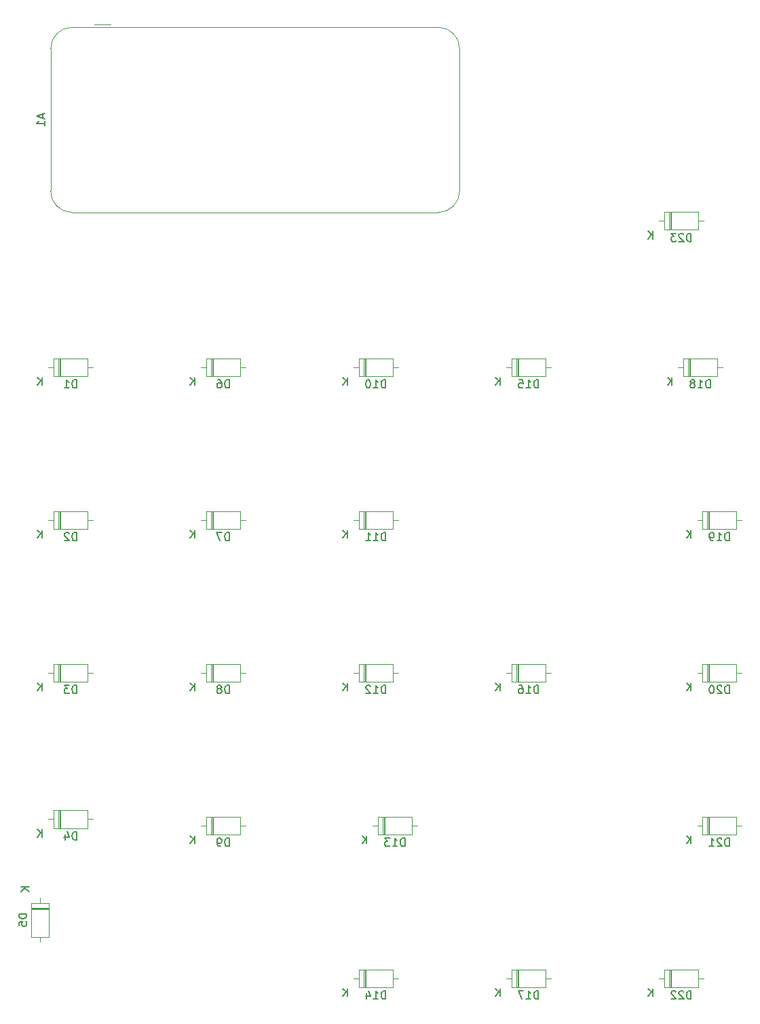
<source format=gbo>
G04 #@! TF.GenerationSoftware,KiCad,Pcbnew,(6.0.8)*
G04 #@! TF.CreationDate,2022-10-30T18:54:34+01:00*
G04 #@! TF.ProjectId,Project-macropad-V2,50726f6a-6563-4742-9d6d-6163726f7061,rev?*
G04 #@! TF.SameCoordinates,Original*
G04 #@! TF.FileFunction,Legend,Bot*
G04 #@! TF.FilePolarity,Positive*
%FSLAX46Y46*%
G04 Gerber Fmt 4.6, Leading zero omitted, Abs format (unit mm)*
G04 Created by KiCad (PCBNEW (6.0.8)) date 2022-10-30 18:54:34*
%MOMM*%
%LPD*%
G01*
G04 APERTURE LIST*
G04 Aperture macros list*
%AMHorizOval*
0 Thick line with rounded ends*
0 $1 width*
0 $2 $3 position (X,Y) of the first rounded end (center of the circle)*
0 $4 $5 position (X,Y) of the second rounded end (center of the circle)*
0 Add line between two ends*
20,1,$1,$2,$3,$4,$5,0*
0 Add two circle primitives to create the rounded ends*
1,1,$1,$2,$3*
1,1,$1,$4,$5*%
G04 Aperture macros list end*
%ADD10C,0.150000*%
%ADD11C,0.120000*%
%ADD12C,1.750000*%
%ADD13C,3.987800*%
%ADD14C,2.250000*%
%ADD15HorizOval,2.250000X0.655001X0.730000X-0.655001X-0.730000X0*%
%ADD16HorizOval,2.250000X0.020000X0.290000X-0.020000X-0.290000X0*%
%ADD17R,1.600000X1.600000*%
%ADD18O,1.600000X1.600000*%
%ADD19R,1.700000X1.700000*%
%ADD20O,1.700000X1.700000*%
%ADD21C,3.048000*%
%ADD22HorizOval,2.250000X-0.730000X0.655001X0.730000X-0.655001X0*%
%ADD23HorizOval,2.250000X-0.290000X0.020000X0.290000X-0.020000X0*%
%ADD24R,2.000000X2.000000*%
%ADD25C,2.000000*%
%ADD26C,3.200000*%
%ADD27O,1.500000X2.500000*%
%ADD28R,1.500000X2.500000*%
%ADD29O,2.200000X3.500000*%
%ADD30C,1.600000*%
G04 APERTURE END LIST*
D10*
G04 #@! TO.C,D13*
X155201785Y-126397380D02*
X155201785Y-125397380D01*
X154963690Y-125397380D01*
X154820833Y-125445000D01*
X154725595Y-125540238D01*
X154677976Y-125635476D01*
X154630357Y-125825952D01*
X154630357Y-125968809D01*
X154677976Y-126159285D01*
X154725595Y-126254523D01*
X154820833Y-126349761D01*
X154963690Y-126397380D01*
X155201785Y-126397380D01*
X153677976Y-126397380D02*
X154249404Y-126397380D01*
X153963690Y-126397380D02*
X153963690Y-125397380D01*
X154058928Y-125540238D01*
X154154166Y-125635476D01*
X154249404Y-125683095D01*
X153344642Y-125397380D02*
X152725595Y-125397380D01*
X153058928Y-125778333D01*
X152916071Y-125778333D01*
X152820833Y-125825952D01*
X152773214Y-125873571D01*
X152725595Y-125968809D01*
X152725595Y-126206904D01*
X152773214Y-126302142D01*
X152820833Y-126349761D01*
X152916071Y-126397380D01*
X153201785Y-126397380D01*
X153297023Y-126349761D01*
X153344642Y-126302142D01*
X150439404Y-126077380D02*
X150439404Y-125077380D01*
X149867976Y-126077380D02*
X150296547Y-125505952D01*
X149867976Y-125077380D02*
X150439404Y-125648809D01*
G04 #@! TO.C,D4*
X114244345Y-125603630D02*
X114244345Y-124603630D01*
X114006250Y-124603630D01*
X113863392Y-124651250D01*
X113768154Y-124746488D01*
X113720535Y-124841726D01*
X113672916Y-125032202D01*
X113672916Y-125175059D01*
X113720535Y-125365535D01*
X113768154Y-125460773D01*
X113863392Y-125556011D01*
X114006250Y-125603630D01*
X114244345Y-125603630D01*
X112815773Y-124936964D02*
X112815773Y-125603630D01*
X113053869Y-124556011D02*
X113291964Y-125270297D01*
X112672916Y-125270297D01*
X109958154Y-125283630D02*
X109958154Y-124283630D01*
X109386726Y-125283630D02*
X109815297Y-124712202D01*
X109386726Y-124283630D02*
X109958154Y-124855059D01*
G04 #@! TO.C,D11*
X152820535Y-88297380D02*
X152820535Y-87297380D01*
X152582440Y-87297380D01*
X152439583Y-87345000D01*
X152344345Y-87440238D01*
X152296726Y-87535476D01*
X152249107Y-87725952D01*
X152249107Y-87868809D01*
X152296726Y-88059285D01*
X152344345Y-88154523D01*
X152439583Y-88249761D01*
X152582440Y-88297380D01*
X152820535Y-88297380D01*
X151296726Y-88297380D02*
X151868154Y-88297380D01*
X151582440Y-88297380D02*
X151582440Y-87297380D01*
X151677678Y-87440238D01*
X151772916Y-87535476D01*
X151868154Y-87583095D01*
X150344345Y-88297380D02*
X150915773Y-88297380D01*
X150630059Y-88297380D02*
X150630059Y-87297380D01*
X150725297Y-87440238D01*
X150820535Y-87535476D01*
X150915773Y-87583095D01*
X148058154Y-87977380D02*
X148058154Y-86977380D01*
X147486726Y-87977380D02*
X147915297Y-87405952D01*
X147486726Y-86977380D02*
X148058154Y-87548809D01*
G04 #@! TO.C,D3*
X114244345Y-107347380D02*
X114244345Y-106347380D01*
X114006250Y-106347380D01*
X113863392Y-106395000D01*
X113768154Y-106490238D01*
X113720535Y-106585476D01*
X113672916Y-106775952D01*
X113672916Y-106918809D01*
X113720535Y-107109285D01*
X113768154Y-107204523D01*
X113863392Y-107299761D01*
X114006250Y-107347380D01*
X114244345Y-107347380D01*
X113339583Y-106347380D02*
X112720535Y-106347380D01*
X113053869Y-106728333D01*
X112911011Y-106728333D01*
X112815773Y-106775952D01*
X112768154Y-106823571D01*
X112720535Y-106918809D01*
X112720535Y-107156904D01*
X112768154Y-107252142D01*
X112815773Y-107299761D01*
X112911011Y-107347380D01*
X113196726Y-107347380D01*
X113291964Y-107299761D01*
X113339583Y-107252142D01*
X109958154Y-107027380D02*
X109958154Y-106027380D01*
X109386726Y-107027380D02*
X109815297Y-106455952D01*
X109386726Y-106027380D02*
X109958154Y-106598809D01*
G04 #@! TO.C,D7*
X133294345Y-88297380D02*
X133294345Y-87297380D01*
X133056250Y-87297380D01*
X132913392Y-87345000D01*
X132818154Y-87440238D01*
X132770535Y-87535476D01*
X132722916Y-87725952D01*
X132722916Y-87868809D01*
X132770535Y-88059285D01*
X132818154Y-88154523D01*
X132913392Y-88249761D01*
X133056250Y-88297380D01*
X133294345Y-88297380D01*
X132389583Y-87297380D02*
X131722916Y-87297380D01*
X132151488Y-88297380D01*
X129008154Y-87977380D02*
X129008154Y-86977380D01*
X128436726Y-87977380D02*
X128865297Y-87405952D01*
X128436726Y-86977380D02*
X129008154Y-87548809D01*
G04 #@! TO.C,D14*
X152820535Y-145447380D02*
X152820535Y-144447380D01*
X152582440Y-144447380D01*
X152439583Y-144495000D01*
X152344345Y-144590238D01*
X152296726Y-144685476D01*
X152249107Y-144875952D01*
X152249107Y-145018809D01*
X152296726Y-145209285D01*
X152344345Y-145304523D01*
X152439583Y-145399761D01*
X152582440Y-145447380D01*
X152820535Y-145447380D01*
X151296726Y-145447380D02*
X151868154Y-145447380D01*
X151582440Y-145447380D02*
X151582440Y-144447380D01*
X151677678Y-144590238D01*
X151772916Y-144685476D01*
X151868154Y-144733095D01*
X150439583Y-144780714D02*
X150439583Y-145447380D01*
X150677678Y-144399761D02*
X150915773Y-145114047D01*
X150296726Y-145114047D01*
X148058154Y-145127380D02*
X148058154Y-144127380D01*
X147486726Y-145127380D02*
X147915297Y-144555952D01*
X147486726Y-144127380D02*
X148058154Y-144698809D01*
G04 #@! TO.C,D19*
X195683035Y-88297380D02*
X195683035Y-87297380D01*
X195444940Y-87297380D01*
X195302083Y-87345000D01*
X195206845Y-87440238D01*
X195159226Y-87535476D01*
X195111607Y-87725952D01*
X195111607Y-87868809D01*
X195159226Y-88059285D01*
X195206845Y-88154523D01*
X195302083Y-88249761D01*
X195444940Y-88297380D01*
X195683035Y-88297380D01*
X194159226Y-88297380D02*
X194730654Y-88297380D01*
X194444940Y-88297380D02*
X194444940Y-87297380D01*
X194540178Y-87440238D01*
X194635416Y-87535476D01*
X194730654Y-87583095D01*
X193683035Y-88297380D02*
X193492559Y-88297380D01*
X193397321Y-88249761D01*
X193349702Y-88202142D01*
X193254464Y-88059285D01*
X193206845Y-87868809D01*
X193206845Y-87487857D01*
X193254464Y-87392619D01*
X193302083Y-87345000D01*
X193397321Y-87297380D01*
X193587797Y-87297380D01*
X193683035Y-87345000D01*
X193730654Y-87392619D01*
X193778273Y-87487857D01*
X193778273Y-87725952D01*
X193730654Y-87821190D01*
X193683035Y-87868809D01*
X193587797Y-87916428D01*
X193397321Y-87916428D01*
X193302083Y-87868809D01*
X193254464Y-87821190D01*
X193206845Y-87725952D01*
X190920654Y-87977380D02*
X190920654Y-86977380D01*
X190349226Y-87977380D02*
X190777797Y-87405952D01*
X190349226Y-86977380D02*
X190920654Y-87548809D01*
G04 #@! TO.C,D9*
X133294345Y-126397380D02*
X133294345Y-125397380D01*
X133056250Y-125397380D01*
X132913392Y-125445000D01*
X132818154Y-125540238D01*
X132770535Y-125635476D01*
X132722916Y-125825952D01*
X132722916Y-125968809D01*
X132770535Y-126159285D01*
X132818154Y-126254523D01*
X132913392Y-126349761D01*
X133056250Y-126397380D01*
X133294345Y-126397380D01*
X132246726Y-126397380D02*
X132056250Y-126397380D01*
X131961011Y-126349761D01*
X131913392Y-126302142D01*
X131818154Y-126159285D01*
X131770535Y-125968809D01*
X131770535Y-125587857D01*
X131818154Y-125492619D01*
X131865773Y-125445000D01*
X131961011Y-125397380D01*
X132151488Y-125397380D01*
X132246726Y-125445000D01*
X132294345Y-125492619D01*
X132341964Y-125587857D01*
X132341964Y-125825952D01*
X132294345Y-125921190D01*
X132246726Y-125968809D01*
X132151488Y-126016428D01*
X131961011Y-126016428D01*
X131865773Y-125968809D01*
X131818154Y-125921190D01*
X131770535Y-125825952D01*
X129008154Y-126077380D02*
X129008154Y-125077380D01*
X128436726Y-126077380D02*
X128865297Y-125505952D01*
X128436726Y-125077380D02*
X129008154Y-125648809D01*
G04 #@! TO.C,D1*
X114244345Y-69247380D02*
X114244345Y-68247380D01*
X114006250Y-68247380D01*
X113863392Y-68295000D01*
X113768154Y-68390238D01*
X113720535Y-68485476D01*
X113672916Y-68675952D01*
X113672916Y-68818809D01*
X113720535Y-69009285D01*
X113768154Y-69104523D01*
X113863392Y-69199761D01*
X114006250Y-69247380D01*
X114244345Y-69247380D01*
X112720535Y-69247380D02*
X113291964Y-69247380D01*
X113006250Y-69247380D02*
X113006250Y-68247380D01*
X113101488Y-68390238D01*
X113196726Y-68485476D01*
X113291964Y-68533095D01*
X109958154Y-68927380D02*
X109958154Y-67927380D01*
X109386726Y-68927380D02*
X109815297Y-68355952D01*
X109386726Y-67927380D02*
X109958154Y-68498809D01*
G04 #@! TO.C,D5*
X108028630Y-134834404D02*
X107028630Y-134834404D01*
X107028630Y-135072500D01*
X107076250Y-135215357D01*
X107171488Y-135310595D01*
X107266726Y-135358214D01*
X107457202Y-135405833D01*
X107600059Y-135405833D01*
X107790535Y-135358214D01*
X107885773Y-135310595D01*
X107981011Y-135215357D01*
X108028630Y-135072500D01*
X108028630Y-134834404D01*
X107028630Y-136310595D02*
X107028630Y-135834404D01*
X107504821Y-135786785D01*
X107457202Y-135834404D01*
X107409583Y-135929642D01*
X107409583Y-136167738D01*
X107457202Y-136262976D01*
X107504821Y-136310595D01*
X107600059Y-136358214D01*
X107838154Y-136358214D01*
X107933392Y-136310595D01*
X107981011Y-136262976D01*
X108028630Y-136167738D01*
X108028630Y-135929642D01*
X107981011Y-135834404D01*
X107933392Y-135786785D01*
X108348630Y-131500595D02*
X107348630Y-131500595D01*
X108348630Y-132072023D02*
X107777202Y-131643452D01*
X107348630Y-132072023D02*
X107920059Y-131500595D01*
G04 #@! TO.C,D12*
X152820535Y-107347380D02*
X152820535Y-106347380D01*
X152582440Y-106347380D01*
X152439583Y-106395000D01*
X152344345Y-106490238D01*
X152296726Y-106585476D01*
X152249107Y-106775952D01*
X152249107Y-106918809D01*
X152296726Y-107109285D01*
X152344345Y-107204523D01*
X152439583Y-107299761D01*
X152582440Y-107347380D01*
X152820535Y-107347380D01*
X151296726Y-107347380D02*
X151868154Y-107347380D01*
X151582440Y-107347380D02*
X151582440Y-106347380D01*
X151677678Y-106490238D01*
X151772916Y-106585476D01*
X151868154Y-106633095D01*
X150915773Y-106442619D02*
X150868154Y-106395000D01*
X150772916Y-106347380D01*
X150534821Y-106347380D01*
X150439583Y-106395000D01*
X150391964Y-106442619D01*
X150344345Y-106537857D01*
X150344345Y-106633095D01*
X150391964Y-106775952D01*
X150963392Y-107347380D01*
X150344345Y-107347380D01*
X148058154Y-107027380D02*
X148058154Y-106027380D01*
X147486726Y-107027380D02*
X147915297Y-106455952D01*
X147486726Y-106027380D02*
X148058154Y-106598809D01*
G04 #@! TO.C,A1*
X110021666Y-35111964D02*
X110021666Y-35588154D01*
X110307380Y-35016726D02*
X109307380Y-35350059D01*
X110307380Y-35683392D01*
X110307380Y-36540535D02*
X110307380Y-35969107D01*
X110307380Y-36254821D02*
X109307380Y-36254821D01*
X109450238Y-36159583D01*
X109545476Y-36064345D01*
X109593095Y-35969107D01*
G04 #@! TO.C,D23*
X190920535Y-50991130D02*
X190920535Y-49991130D01*
X190682440Y-49991130D01*
X190539583Y-50038750D01*
X190444345Y-50133988D01*
X190396726Y-50229226D01*
X190349107Y-50419702D01*
X190349107Y-50562559D01*
X190396726Y-50753035D01*
X190444345Y-50848273D01*
X190539583Y-50943511D01*
X190682440Y-50991130D01*
X190920535Y-50991130D01*
X189968154Y-50086369D02*
X189920535Y-50038750D01*
X189825297Y-49991130D01*
X189587202Y-49991130D01*
X189491964Y-50038750D01*
X189444345Y-50086369D01*
X189396726Y-50181607D01*
X189396726Y-50276845D01*
X189444345Y-50419702D01*
X190015773Y-50991130D01*
X189396726Y-50991130D01*
X189063392Y-49991130D02*
X188444345Y-49991130D01*
X188777678Y-50372083D01*
X188634821Y-50372083D01*
X188539583Y-50419702D01*
X188491964Y-50467321D01*
X188444345Y-50562559D01*
X188444345Y-50800654D01*
X188491964Y-50895892D01*
X188539583Y-50943511D01*
X188634821Y-50991130D01*
X188920535Y-50991130D01*
X189015773Y-50943511D01*
X189063392Y-50895892D01*
X186158154Y-50671130D02*
X186158154Y-49671130D01*
X185586726Y-50671130D02*
X186015297Y-50099702D01*
X185586726Y-49671130D02*
X186158154Y-50242559D01*
G04 #@! TO.C,D10*
X152820535Y-69247380D02*
X152820535Y-68247380D01*
X152582440Y-68247380D01*
X152439583Y-68295000D01*
X152344345Y-68390238D01*
X152296726Y-68485476D01*
X152249107Y-68675952D01*
X152249107Y-68818809D01*
X152296726Y-69009285D01*
X152344345Y-69104523D01*
X152439583Y-69199761D01*
X152582440Y-69247380D01*
X152820535Y-69247380D01*
X151296726Y-69247380D02*
X151868154Y-69247380D01*
X151582440Y-69247380D02*
X151582440Y-68247380D01*
X151677678Y-68390238D01*
X151772916Y-68485476D01*
X151868154Y-68533095D01*
X150677678Y-68247380D02*
X150582440Y-68247380D01*
X150487202Y-68295000D01*
X150439583Y-68342619D01*
X150391964Y-68437857D01*
X150344345Y-68628333D01*
X150344345Y-68866428D01*
X150391964Y-69056904D01*
X150439583Y-69152142D01*
X150487202Y-69199761D01*
X150582440Y-69247380D01*
X150677678Y-69247380D01*
X150772916Y-69199761D01*
X150820535Y-69152142D01*
X150868154Y-69056904D01*
X150915773Y-68866428D01*
X150915773Y-68628333D01*
X150868154Y-68437857D01*
X150820535Y-68342619D01*
X150772916Y-68295000D01*
X150677678Y-68247380D01*
X148058154Y-68927380D02*
X148058154Y-67927380D01*
X147486726Y-68927380D02*
X147915297Y-68355952D01*
X147486726Y-67927380D02*
X148058154Y-68498809D01*
G04 #@! TO.C,D22*
X190920535Y-145447380D02*
X190920535Y-144447380D01*
X190682440Y-144447380D01*
X190539583Y-144495000D01*
X190444345Y-144590238D01*
X190396726Y-144685476D01*
X190349107Y-144875952D01*
X190349107Y-145018809D01*
X190396726Y-145209285D01*
X190444345Y-145304523D01*
X190539583Y-145399761D01*
X190682440Y-145447380D01*
X190920535Y-145447380D01*
X189968154Y-144542619D02*
X189920535Y-144495000D01*
X189825297Y-144447380D01*
X189587202Y-144447380D01*
X189491964Y-144495000D01*
X189444345Y-144542619D01*
X189396726Y-144637857D01*
X189396726Y-144733095D01*
X189444345Y-144875952D01*
X190015773Y-145447380D01*
X189396726Y-145447380D01*
X189015773Y-144542619D02*
X188968154Y-144495000D01*
X188872916Y-144447380D01*
X188634821Y-144447380D01*
X188539583Y-144495000D01*
X188491964Y-144542619D01*
X188444345Y-144637857D01*
X188444345Y-144733095D01*
X188491964Y-144875952D01*
X189063392Y-145447380D01*
X188444345Y-145447380D01*
X186158154Y-145127380D02*
X186158154Y-144127380D01*
X185586726Y-145127380D02*
X186015297Y-144555952D01*
X185586726Y-144127380D02*
X186158154Y-144698809D01*
G04 #@! TO.C,D20*
X195683035Y-107347380D02*
X195683035Y-106347380D01*
X195444940Y-106347380D01*
X195302083Y-106395000D01*
X195206845Y-106490238D01*
X195159226Y-106585476D01*
X195111607Y-106775952D01*
X195111607Y-106918809D01*
X195159226Y-107109285D01*
X195206845Y-107204523D01*
X195302083Y-107299761D01*
X195444940Y-107347380D01*
X195683035Y-107347380D01*
X194730654Y-106442619D02*
X194683035Y-106395000D01*
X194587797Y-106347380D01*
X194349702Y-106347380D01*
X194254464Y-106395000D01*
X194206845Y-106442619D01*
X194159226Y-106537857D01*
X194159226Y-106633095D01*
X194206845Y-106775952D01*
X194778273Y-107347380D01*
X194159226Y-107347380D01*
X193540178Y-106347380D02*
X193444940Y-106347380D01*
X193349702Y-106395000D01*
X193302083Y-106442619D01*
X193254464Y-106537857D01*
X193206845Y-106728333D01*
X193206845Y-106966428D01*
X193254464Y-107156904D01*
X193302083Y-107252142D01*
X193349702Y-107299761D01*
X193444940Y-107347380D01*
X193540178Y-107347380D01*
X193635416Y-107299761D01*
X193683035Y-107252142D01*
X193730654Y-107156904D01*
X193778273Y-106966428D01*
X193778273Y-106728333D01*
X193730654Y-106537857D01*
X193683035Y-106442619D01*
X193635416Y-106395000D01*
X193540178Y-106347380D01*
X190920654Y-107027380D02*
X190920654Y-106027380D01*
X190349226Y-107027380D02*
X190777797Y-106455952D01*
X190349226Y-106027380D02*
X190920654Y-106598809D01*
G04 #@! TO.C,D6*
X133294345Y-69247380D02*
X133294345Y-68247380D01*
X133056250Y-68247380D01*
X132913392Y-68295000D01*
X132818154Y-68390238D01*
X132770535Y-68485476D01*
X132722916Y-68675952D01*
X132722916Y-68818809D01*
X132770535Y-69009285D01*
X132818154Y-69104523D01*
X132913392Y-69199761D01*
X133056250Y-69247380D01*
X133294345Y-69247380D01*
X131865773Y-68247380D02*
X132056250Y-68247380D01*
X132151488Y-68295000D01*
X132199107Y-68342619D01*
X132294345Y-68485476D01*
X132341964Y-68675952D01*
X132341964Y-69056904D01*
X132294345Y-69152142D01*
X132246726Y-69199761D01*
X132151488Y-69247380D01*
X131961011Y-69247380D01*
X131865773Y-69199761D01*
X131818154Y-69152142D01*
X131770535Y-69056904D01*
X131770535Y-68818809D01*
X131818154Y-68723571D01*
X131865773Y-68675952D01*
X131961011Y-68628333D01*
X132151488Y-68628333D01*
X132246726Y-68675952D01*
X132294345Y-68723571D01*
X132341964Y-68818809D01*
X129008154Y-68927380D02*
X129008154Y-67927380D01*
X128436726Y-68927380D02*
X128865297Y-68355952D01*
X128436726Y-67927380D02*
X129008154Y-68498809D01*
G04 #@! TO.C,D8*
X133294345Y-107347380D02*
X133294345Y-106347380D01*
X133056250Y-106347380D01*
X132913392Y-106395000D01*
X132818154Y-106490238D01*
X132770535Y-106585476D01*
X132722916Y-106775952D01*
X132722916Y-106918809D01*
X132770535Y-107109285D01*
X132818154Y-107204523D01*
X132913392Y-107299761D01*
X133056250Y-107347380D01*
X133294345Y-107347380D01*
X132151488Y-106775952D02*
X132246726Y-106728333D01*
X132294345Y-106680714D01*
X132341964Y-106585476D01*
X132341964Y-106537857D01*
X132294345Y-106442619D01*
X132246726Y-106395000D01*
X132151488Y-106347380D01*
X131961011Y-106347380D01*
X131865773Y-106395000D01*
X131818154Y-106442619D01*
X131770535Y-106537857D01*
X131770535Y-106585476D01*
X131818154Y-106680714D01*
X131865773Y-106728333D01*
X131961011Y-106775952D01*
X132151488Y-106775952D01*
X132246726Y-106823571D01*
X132294345Y-106871190D01*
X132341964Y-106966428D01*
X132341964Y-107156904D01*
X132294345Y-107252142D01*
X132246726Y-107299761D01*
X132151488Y-107347380D01*
X131961011Y-107347380D01*
X131865773Y-107299761D01*
X131818154Y-107252142D01*
X131770535Y-107156904D01*
X131770535Y-106966428D01*
X131818154Y-106871190D01*
X131865773Y-106823571D01*
X131961011Y-106775952D01*
X129008154Y-107027380D02*
X129008154Y-106027380D01*
X128436726Y-107027380D02*
X128865297Y-106455952D01*
X128436726Y-106027380D02*
X129008154Y-106598809D01*
G04 #@! TO.C,D15*
X171870535Y-69247380D02*
X171870535Y-68247380D01*
X171632440Y-68247380D01*
X171489583Y-68295000D01*
X171394345Y-68390238D01*
X171346726Y-68485476D01*
X171299107Y-68675952D01*
X171299107Y-68818809D01*
X171346726Y-69009285D01*
X171394345Y-69104523D01*
X171489583Y-69199761D01*
X171632440Y-69247380D01*
X171870535Y-69247380D01*
X170346726Y-69247380D02*
X170918154Y-69247380D01*
X170632440Y-69247380D02*
X170632440Y-68247380D01*
X170727678Y-68390238D01*
X170822916Y-68485476D01*
X170918154Y-68533095D01*
X169441964Y-68247380D02*
X169918154Y-68247380D01*
X169965773Y-68723571D01*
X169918154Y-68675952D01*
X169822916Y-68628333D01*
X169584821Y-68628333D01*
X169489583Y-68675952D01*
X169441964Y-68723571D01*
X169394345Y-68818809D01*
X169394345Y-69056904D01*
X169441964Y-69152142D01*
X169489583Y-69199761D01*
X169584821Y-69247380D01*
X169822916Y-69247380D01*
X169918154Y-69199761D01*
X169965773Y-69152142D01*
X167108154Y-68927380D02*
X167108154Y-67927380D01*
X166536726Y-68927380D02*
X166965297Y-68355952D01*
X166536726Y-67927380D02*
X167108154Y-68498809D01*
G04 #@! TO.C,D16*
X171870535Y-107347380D02*
X171870535Y-106347380D01*
X171632440Y-106347380D01*
X171489583Y-106395000D01*
X171394345Y-106490238D01*
X171346726Y-106585476D01*
X171299107Y-106775952D01*
X171299107Y-106918809D01*
X171346726Y-107109285D01*
X171394345Y-107204523D01*
X171489583Y-107299761D01*
X171632440Y-107347380D01*
X171870535Y-107347380D01*
X170346726Y-107347380D02*
X170918154Y-107347380D01*
X170632440Y-107347380D02*
X170632440Y-106347380D01*
X170727678Y-106490238D01*
X170822916Y-106585476D01*
X170918154Y-106633095D01*
X169489583Y-106347380D02*
X169680059Y-106347380D01*
X169775297Y-106395000D01*
X169822916Y-106442619D01*
X169918154Y-106585476D01*
X169965773Y-106775952D01*
X169965773Y-107156904D01*
X169918154Y-107252142D01*
X169870535Y-107299761D01*
X169775297Y-107347380D01*
X169584821Y-107347380D01*
X169489583Y-107299761D01*
X169441964Y-107252142D01*
X169394345Y-107156904D01*
X169394345Y-106918809D01*
X169441964Y-106823571D01*
X169489583Y-106775952D01*
X169584821Y-106728333D01*
X169775297Y-106728333D01*
X169870535Y-106775952D01*
X169918154Y-106823571D01*
X169965773Y-106918809D01*
X167108154Y-107027380D02*
X167108154Y-106027380D01*
X166536726Y-107027380D02*
X166965297Y-106455952D01*
X166536726Y-106027380D02*
X167108154Y-106598809D01*
G04 #@! TO.C,D17*
X171870535Y-145447380D02*
X171870535Y-144447380D01*
X171632440Y-144447380D01*
X171489583Y-144495000D01*
X171394345Y-144590238D01*
X171346726Y-144685476D01*
X171299107Y-144875952D01*
X171299107Y-145018809D01*
X171346726Y-145209285D01*
X171394345Y-145304523D01*
X171489583Y-145399761D01*
X171632440Y-145447380D01*
X171870535Y-145447380D01*
X170346726Y-145447380D02*
X170918154Y-145447380D01*
X170632440Y-145447380D02*
X170632440Y-144447380D01*
X170727678Y-144590238D01*
X170822916Y-144685476D01*
X170918154Y-144733095D01*
X170013392Y-144447380D02*
X169346726Y-144447380D01*
X169775297Y-145447380D01*
X167108154Y-145127380D02*
X167108154Y-144127380D01*
X166536726Y-145127380D02*
X166965297Y-144555952D01*
X166536726Y-144127380D02*
X167108154Y-144698809D01*
G04 #@! TO.C,D2*
X114244345Y-88297380D02*
X114244345Y-87297380D01*
X114006250Y-87297380D01*
X113863392Y-87345000D01*
X113768154Y-87440238D01*
X113720535Y-87535476D01*
X113672916Y-87725952D01*
X113672916Y-87868809D01*
X113720535Y-88059285D01*
X113768154Y-88154523D01*
X113863392Y-88249761D01*
X114006250Y-88297380D01*
X114244345Y-88297380D01*
X113291964Y-87392619D02*
X113244345Y-87345000D01*
X113149107Y-87297380D01*
X112911011Y-87297380D01*
X112815773Y-87345000D01*
X112768154Y-87392619D01*
X112720535Y-87487857D01*
X112720535Y-87583095D01*
X112768154Y-87725952D01*
X113339583Y-88297380D01*
X112720535Y-88297380D01*
X109958154Y-87977380D02*
X109958154Y-86977380D01*
X109386726Y-87977380D02*
X109815297Y-87405952D01*
X109386726Y-86977380D02*
X109958154Y-87548809D01*
G04 #@! TO.C,D18*
X193301785Y-69247380D02*
X193301785Y-68247380D01*
X193063690Y-68247380D01*
X192920833Y-68295000D01*
X192825595Y-68390238D01*
X192777976Y-68485476D01*
X192730357Y-68675952D01*
X192730357Y-68818809D01*
X192777976Y-69009285D01*
X192825595Y-69104523D01*
X192920833Y-69199761D01*
X193063690Y-69247380D01*
X193301785Y-69247380D01*
X191777976Y-69247380D02*
X192349404Y-69247380D01*
X192063690Y-69247380D02*
X192063690Y-68247380D01*
X192158928Y-68390238D01*
X192254166Y-68485476D01*
X192349404Y-68533095D01*
X191206547Y-68675952D02*
X191301785Y-68628333D01*
X191349404Y-68580714D01*
X191397023Y-68485476D01*
X191397023Y-68437857D01*
X191349404Y-68342619D01*
X191301785Y-68295000D01*
X191206547Y-68247380D01*
X191016071Y-68247380D01*
X190920833Y-68295000D01*
X190873214Y-68342619D01*
X190825595Y-68437857D01*
X190825595Y-68485476D01*
X190873214Y-68580714D01*
X190920833Y-68628333D01*
X191016071Y-68675952D01*
X191206547Y-68675952D01*
X191301785Y-68723571D01*
X191349404Y-68771190D01*
X191397023Y-68866428D01*
X191397023Y-69056904D01*
X191349404Y-69152142D01*
X191301785Y-69199761D01*
X191206547Y-69247380D01*
X191016071Y-69247380D01*
X190920833Y-69199761D01*
X190873214Y-69152142D01*
X190825595Y-69056904D01*
X190825595Y-68866428D01*
X190873214Y-68771190D01*
X190920833Y-68723571D01*
X191016071Y-68675952D01*
X188539404Y-68927380D02*
X188539404Y-67927380D01*
X187967976Y-68927380D02*
X188396547Y-68355952D01*
X187967976Y-67927380D02*
X188539404Y-68498809D01*
G04 #@! TO.C,D21*
X195683035Y-126397380D02*
X195683035Y-125397380D01*
X195444940Y-125397380D01*
X195302083Y-125445000D01*
X195206845Y-125540238D01*
X195159226Y-125635476D01*
X195111607Y-125825952D01*
X195111607Y-125968809D01*
X195159226Y-126159285D01*
X195206845Y-126254523D01*
X195302083Y-126349761D01*
X195444940Y-126397380D01*
X195683035Y-126397380D01*
X194730654Y-125492619D02*
X194683035Y-125445000D01*
X194587797Y-125397380D01*
X194349702Y-125397380D01*
X194254464Y-125445000D01*
X194206845Y-125492619D01*
X194159226Y-125587857D01*
X194159226Y-125683095D01*
X194206845Y-125825952D01*
X194778273Y-126397380D01*
X194159226Y-126397380D01*
X193206845Y-126397380D02*
X193778273Y-126397380D01*
X193492559Y-126397380D02*
X193492559Y-125397380D01*
X193587797Y-125540238D01*
X193683035Y-125635476D01*
X193778273Y-125683095D01*
X190920654Y-126077380D02*
X190920654Y-125077380D01*
X190349226Y-126077380D02*
X190777797Y-125505952D01*
X190349226Y-125077380D02*
X190920654Y-125648809D01*
D11*
G04 #@! TO.C,D13*
X156757500Y-123825000D02*
X156107500Y-123825000D01*
X152707500Y-124945000D02*
X152707500Y-122705000D01*
X151217500Y-123825000D02*
X151867500Y-123825000D01*
X151867500Y-124945000D02*
X151867500Y-122705000D01*
X156107500Y-122705000D02*
X156107500Y-124945000D01*
X151867500Y-122705000D02*
X156107500Y-122705000D01*
X152587500Y-124945000D02*
X152587500Y-122705000D01*
X152467500Y-124945000D02*
X152467500Y-122705000D01*
X156107500Y-124945000D02*
X151867500Y-124945000D01*
G04 #@! TO.C,D4*
X115626250Y-121911250D02*
X115626250Y-124151250D01*
X110736250Y-123031250D02*
X111386250Y-123031250D01*
X116276250Y-123031250D02*
X115626250Y-123031250D01*
X111386250Y-124151250D02*
X111386250Y-121911250D01*
X111986250Y-124151250D02*
X111986250Y-121911250D01*
X112226250Y-124151250D02*
X112226250Y-121911250D01*
X112106250Y-124151250D02*
X112106250Y-121911250D01*
X115626250Y-124151250D02*
X111386250Y-124151250D01*
X111386250Y-121911250D02*
X115626250Y-121911250D01*
G04 #@! TO.C,D11*
X153726250Y-86845000D02*
X149486250Y-86845000D01*
X150086250Y-86845000D02*
X150086250Y-84605000D01*
X153726250Y-84605000D02*
X153726250Y-86845000D01*
X150206250Y-86845000D02*
X150206250Y-84605000D01*
X154376250Y-85725000D02*
X153726250Y-85725000D01*
X149486250Y-84605000D02*
X153726250Y-84605000D01*
X148836250Y-85725000D02*
X149486250Y-85725000D01*
X149486250Y-86845000D02*
X149486250Y-84605000D01*
X150326250Y-86845000D02*
X150326250Y-84605000D01*
G04 #@! TO.C,D3*
X115626250Y-105895000D02*
X111386250Y-105895000D01*
X111386250Y-103655000D02*
X115626250Y-103655000D01*
X116276250Y-104775000D02*
X115626250Y-104775000D01*
X115626250Y-103655000D02*
X115626250Y-105895000D01*
X111386250Y-105895000D02*
X111386250Y-103655000D01*
X111986250Y-105895000D02*
X111986250Y-103655000D01*
X112106250Y-105895000D02*
X112106250Y-103655000D01*
X110736250Y-104775000D02*
X111386250Y-104775000D01*
X112226250Y-105895000D02*
X112226250Y-103655000D01*
G04 #@! TO.C,D7*
X134676250Y-84605000D02*
X134676250Y-86845000D01*
X130436250Y-84605000D02*
X134676250Y-84605000D01*
X131156250Y-86845000D02*
X131156250Y-84605000D01*
X129786250Y-85725000D02*
X130436250Y-85725000D01*
X130436250Y-86845000D02*
X130436250Y-84605000D01*
X134676250Y-86845000D02*
X130436250Y-86845000D01*
X135326250Y-85725000D02*
X134676250Y-85725000D01*
X131036250Y-86845000D02*
X131036250Y-84605000D01*
X131276250Y-86845000D02*
X131276250Y-84605000D01*
G04 #@! TO.C,D14*
X150326250Y-143995000D02*
X150326250Y-141755000D01*
X154376250Y-142875000D02*
X153726250Y-142875000D01*
X153726250Y-141755000D02*
X153726250Y-143995000D01*
X150086250Y-143995000D02*
X150086250Y-141755000D01*
X153726250Y-143995000D02*
X149486250Y-143995000D01*
X148836250Y-142875000D02*
X149486250Y-142875000D01*
X149486250Y-143995000D02*
X149486250Y-141755000D01*
X150206250Y-143995000D02*
X150206250Y-141755000D01*
X149486250Y-141755000D02*
X153726250Y-141755000D01*
G04 #@! TO.C,D19*
X193068750Y-86845000D02*
X193068750Y-84605000D01*
X192948750Y-86845000D02*
X192948750Y-84605000D01*
X196588750Y-86845000D02*
X192348750Y-86845000D01*
X197238750Y-85725000D02*
X196588750Y-85725000D01*
X191698750Y-85725000D02*
X192348750Y-85725000D01*
X193188750Y-86845000D02*
X193188750Y-84605000D01*
X192348750Y-86845000D02*
X192348750Y-84605000D01*
X192348750Y-84605000D02*
X196588750Y-84605000D01*
X196588750Y-84605000D02*
X196588750Y-86845000D01*
G04 #@! TO.C,D9*
X129786250Y-123825000D02*
X130436250Y-123825000D01*
X135326250Y-123825000D02*
X134676250Y-123825000D01*
X134676250Y-124945000D02*
X130436250Y-124945000D01*
X131276250Y-124945000D02*
X131276250Y-122705000D01*
X130436250Y-122705000D02*
X134676250Y-122705000D01*
X131036250Y-124945000D02*
X131036250Y-122705000D01*
X134676250Y-122705000D02*
X134676250Y-124945000D01*
X131156250Y-124945000D02*
X131156250Y-122705000D01*
X130436250Y-124945000D02*
X130436250Y-122705000D01*
G04 #@! TO.C,D1*
X111986250Y-67795000D02*
X111986250Y-65555000D01*
X111386250Y-67795000D02*
X111386250Y-65555000D01*
X112226250Y-67795000D02*
X112226250Y-65555000D01*
X112106250Y-67795000D02*
X112106250Y-65555000D01*
X115626250Y-67795000D02*
X111386250Y-67795000D01*
X115626250Y-65555000D02*
X115626250Y-67795000D01*
X110736250Y-66675000D02*
X111386250Y-66675000D01*
X111386250Y-65555000D02*
X115626250Y-65555000D01*
X116276250Y-66675000D02*
X115626250Y-66675000D01*
G04 #@! TO.C,D5*
X109696250Y-132802500D02*
X109696250Y-133452500D01*
X108576250Y-134292500D02*
X110816250Y-134292500D01*
X109696250Y-138342500D02*
X109696250Y-137692500D01*
X108576250Y-134172500D02*
X110816250Y-134172500D01*
X110816250Y-137692500D02*
X108576250Y-137692500D01*
X110816250Y-133452500D02*
X110816250Y-137692500D01*
X108576250Y-137692500D02*
X108576250Y-133452500D01*
X108576250Y-133452500D02*
X110816250Y-133452500D01*
X108576250Y-134052500D02*
X110816250Y-134052500D01*
G04 #@! TO.C,D12*
X154376250Y-104775000D02*
X153726250Y-104775000D01*
X149486250Y-105895000D02*
X149486250Y-103655000D01*
X153726250Y-103655000D02*
X153726250Y-105895000D01*
X153726250Y-105895000D02*
X149486250Y-105895000D01*
X148836250Y-104775000D02*
X149486250Y-104775000D01*
X150206250Y-105895000D02*
X150206250Y-103655000D01*
X150326250Y-105895000D02*
X150326250Y-103655000D01*
X150086250Y-105895000D02*
X150086250Y-103655000D01*
X149486250Y-103655000D02*
X153726250Y-103655000D01*
G04 #@! TO.C,A1*
X113665000Y-24286250D02*
X159385000Y-24286250D01*
X113665000Y-47366250D02*
X159385000Y-47366250D01*
X162035000Y-44716250D02*
X162035000Y-26936250D01*
X111015000Y-44716250D02*
X111015000Y-26936250D01*
X118475000Y-23966250D02*
X116475000Y-23966250D01*
X113665000Y-24286250D02*
G75*
G03*
X111015000Y-26936250I0J-2650000D01*
G01*
X111015000Y-44716250D02*
G75*
G03*
X113665000Y-47366250I2650000J0D01*
G01*
X162035000Y-26936250D02*
G75*
G03*
X159385000Y-24286250I-2650000J0D01*
G01*
X159385000Y-47366250D02*
G75*
G03*
X162035000Y-44716250I0J2650000D01*
G01*
G04 #@! TO.C,D23*
X188186250Y-49538750D02*
X188186250Y-47298750D01*
X187586250Y-47298750D02*
X191826250Y-47298750D01*
X186936250Y-48418750D02*
X187586250Y-48418750D01*
X187586250Y-49538750D02*
X187586250Y-47298750D01*
X188426250Y-49538750D02*
X188426250Y-47298750D01*
X191826250Y-47298750D02*
X191826250Y-49538750D01*
X188306250Y-49538750D02*
X188306250Y-47298750D01*
X192476250Y-48418750D02*
X191826250Y-48418750D01*
X191826250Y-49538750D02*
X187586250Y-49538750D01*
G04 #@! TO.C,D10*
X149486250Y-65555000D02*
X153726250Y-65555000D01*
X153726250Y-67795000D02*
X149486250Y-67795000D01*
X150326250Y-67795000D02*
X150326250Y-65555000D01*
X150206250Y-67795000D02*
X150206250Y-65555000D01*
X149486250Y-67795000D02*
X149486250Y-65555000D01*
X148836250Y-66675000D02*
X149486250Y-66675000D01*
X150086250Y-67795000D02*
X150086250Y-65555000D01*
X154376250Y-66675000D02*
X153726250Y-66675000D01*
X153726250Y-65555000D02*
X153726250Y-67795000D01*
G04 #@! TO.C,D22*
X191826250Y-141755000D02*
X191826250Y-143995000D01*
X192476250Y-142875000D02*
X191826250Y-142875000D01*
X188186250Y-143995000D02*
X188186250Y-141755000D01*
X191826250Y-143995000D02*
X187586250Y-143995000D01*
X186936250Y-142875000D02*
X187586250Y-142875000D01*
X187586250Y-143995000D02*
X187586250Y-141755000D01*
X187586250Y-141755000D02*
X191826250Y-141755000D01*
X188426250Y-143995000D02*
X188426250Y-141755000D01*
X188306250Y-143995000D02*
X188306250Y-141755000D01*
G04 #@! TO.C,D20*
X197238750Y-104775000D02*
X196588750Y-104775000D01*
X193188750Y-105895000D02*
X193188750Y-103655000D01*
X192948750Y-105895000D02*
X192948750Y-103655000D01*
X192348750Y-105895000D02*
X192348750Y-103655000D01*
X196588750Y-105895000D02*
X192348750Y-105895000D01*
X192348750Y-103655000D02*
X196588750Y-103655000D01*
X196588750Y-103655000D02*
X196588750Y-105895000D01*
X193068750Y-105895000D02*
X193068750Y-103655000D01*
X191698750Y-104775000D02*
X192348750Y-104775000D01*
G04 #@! TO.C,D6*
X130436250Y-65555000D02*
X134676250Y-65555000D01*
X131276250Y-67795000D02*
X131276250Y-65555000D01*
X130436250Y-67795000D02*
X130436250Y-65555000D01*
X131036250Y-67795000D02*
X131036250Y-65555000D01*
X134676250Y-65555000D02*
X134676250Y-67795000D01*
X129786250Y-66675000D02*
X130436250Y-66675000D01*
X131156250Y-67795000D02*
X131156250Y-65555000D01*
X135326250Y-66675000D02*
X134676250Y-66675000D01*
X134676250Y-67795000D02*
X130436250Y-67795000D01*
G04 #@! TO.C,D8*
X135326250Y-104775000D02*
X134676250Y-104775000D01*
X134676250Y-103655000D02*
X134676250Y-105895000D01*
X130436250Y-103655000D02*
X134676250Y-103655000D01*
X131156250Y-105895000D02*
X131156250Y-103655000D01*
X129786250Y-104775000D02*
X130436250Y-104775000D01*
X130436250Y-105895000D02*
X130436250Y-103655000D01*
X134676250Y-105895000D02*
X130436250Y-105895000D01*
X131276250Y-105895000D02*
X131276250Y-103655000D01*
X131036250Y-105895000D02*
X131036250Y-103655000D01*
G04 #@! TO.C,D15*
X173426250Y-66675000D02*
X172776250Y-66675000D01*
X169376250Y-67795000D02*
X169376250Y-65555000D01*
X169256250Y-67795000D02*
X169256250Y-65555000D01*
X168536250Y-67795000D02*
X168536250Y-65555000D01*
X172776250Y-67795000D02*
X168536250Y-67795000D01*
X167886250Y-66675000D02*
X168536250Y-66675000D01*
X169136250Y-67795000D02*
X169136250Y-65555000D01*
X168536250Y-65555000D02*
X172776250Y-65555000D01*
X172776250Y-65555000D02*
X172776250Y-67795000D01*
G04 #@! TO.C,D16*
X172776250Y-103655000D02*
X172776250Y-105895000D01*
X168536250Y-105895000D02*
X168536250Y-103655000D01*
X169256250Y-105895000D02*
X169256250Y-103655000D01*
X169136250Y-105895000D02*
X169136250Y-103655000D01*
X169376250Y-105895000D02*
X169376250Y-103655000D01*
X167886250Y-104775000D02*
X168536250Y-104775000D01*
X173426250Y-104775000D02*
X172776250Y-104775000D01*
X168536250Y-103655000D02*
X172776250Y-103655000D01*
X172776250Y-105895000D02*
X168536250Y-105895000D01*
G04 #@! TO.C,D17*
X173426250Y-142875000D02*
X172776250Y-142875000D01*
X169136250Y-143995000D02*
X169136250Y-141755000D01*
X168536250Y-143995000D02*
X168536250Y-141755000D01*
X172776250Y-141755000D02*
X172776250Y-143995000D01*
X169256250Y-143995000D02*
X169256250Y-141755000D01*
X168536250Y-141755000D02*
X172776250Y-141755000D01*
X169376250Y-143995000D02*
X169376250Y-141755000D01*
X167886250Y-142875000D02*
X168536250Y-142875000D01*
X172776250Y-143995000D02*
X168536250Y-143995000D01*
G04 #@! TO.C,D2*
X115626250Y-86845000D02*
X111386250Y-86845000D01*
X115626250Y-84605000D02*
X115626250Y-86845000D01*
X111386250Y-86845000D02*
X111386250Y-84605000D01*
X116276250Y-85725000D02*
X115626250Y-85725000D01*
X112106250Y-86845000D02*
X112106250Y-84605000D01*
X112226250Y-86845000D02*
X112226250Y-84605000D01*
X111386250Y-84605000D02*
X115626250Y-84605000D01*
X110736250Y-85725000D02*
X111386250Y-85725000D01*
X111986250Y-86845000D02*
X111986250Y-84605000D01*
G04 #@! TO.C,D18*
X189967500Y-65555000D02*
X194207500Y-65555000D01*
X194857500Y-66675000D02*
X194207500Y-66675000D01*
X190807500Y-67795000D02*
X190807500Y-65555000D01*
X194207500Y-67795000D02*
X189967500Y-67795000D01*
X194207500Y-65555000D02*
X194207500Y-67795000D01*
X189967500Y-67795000D02*
X189967500Y-65555000D01*
X190687500Y-67795000D02*
X190687500Y-65555000D01*
X190567500Y-67795000D02*
X190567500Y-65555000D01*
X189317500Y-66675000D02*
X189967500Y-66675000D01*
G04 #@! TO.C,D21*
X196588750Y-124945000D02*
X192348750Y-124945000D01*
X192948750Y-124945000D02*
X192948750Y-122705000D01*
X192348750Y-122705000D02*
X196588750Y-122705000D01*
X192348750Y-124945000D02*
X192348750Y-122705000D01*
X193068750Y-124945000D02*
X193068750Y-122705000D01*
X196588750Y-122705000D02*
X196588750Y-124945000D01*
X191698750Y-123825000D02*
X192348750Y-123825000D01*
X197238750Y-123825000D02*
X196588750Y-123825000D01*
X193188750Y-124945000D02*
X193188750Y-122705000D01*
G04 #@! TD*
%LPC*%
D12*
G04 #@! TO.C,MX6*
X134620000Y-57150000D03*
D13*
X139700000Y-57150000D03*
D12*
X144780000Y-57150000D03*
D14*
X137200000Y-53150000D03*
D15*
X136545001Y-53880000D03*
D16*
X142220000Y-52360000D03*
D14*
X142240000Y-52070000D03*
G04 #@! TD*
D17*
G04 #@! TO.C,D13*
X150177500Y-123825000D03*
D18*
X157797500Y-123825000D03*
G04 #@! TD*
D19*
G04 #@! TO.C,J1*
X174079000Y-31611000D03*
D20*
X174079000Y-34151000D03*
X174079000Y-36691000D03*
X174079000Y-39231000D03*
G04 #@! TD*
D12*
G04 #@! TO.C,MX18*
X191770000Y-57150000D03*
X201930000Y-57150000D03*
D13*
X196850000Y-57150000D03*
D15*
X193695001Y-53880000D03*
D14*
X194350000Y-53150000D03*
D16*
X199370000Y-52360000D03*
D14*
X199390000Y-52070000D03*
G04 #@! TD*
D18*
G04 #@! TO.C,D4*
X117316250Y-123031250D03*
D17*
X109696250Y-123031250D03*
G04 #@! TD*
D21*
G04 #@! TO.C,MX16*
X170815000Y-97663000D03*
D12*
X177800000Y-80645000D03*
D21*
X170815000Y-73787000D03*
D13*
X177800000Y-85725000D03*
X186055000Y-73787000D03*
X186055000Y-97663000D03*
D12*
X177800000Y-90805000D03*
D22*
X174530000Y-88879999D03*
D14*
X173800000Y-88225000D03*
D23*
X173010000Y-83205000D03*
D14*
X172720000Y-83185000D03*
G04 #@! TD*
D13*
G04 #@! TO.C,MX20*
X196850000Y-95250000D03*
D12*
X191770000Y-95250000D03*
X201930000Y-95250000D03*
D14*
X194350000Y-91250000D03*
D15*
X193695001Y-91980000D03*
D14*
X199390000Y-90170000D03*
D16*
X199370000Y-90460000D03*
G04 #@! TD*
D12*
G04 #@! TO.C,MX1*
X125730000Y-57150000D03*
X115570000Y-57150000D03*
D13*
X120650000Y-57150000D03*
D14*
X118150000Y-53150000D03*
D15*
X117495001Y-53880000D03*
D16*
X123170000Y-52360000D03*
D14*
X123190000Y-52070000D03*
G04 #@! TD*
D12*
G04 #@! TO.C,MX13*
X153670000Y-114300000D03*
D13*
X158750000Y-114300000D03*
D12*
X163830000Y-114300000D03*
D14*
X156250000Y-110300000D03*
D15*
X155595001Y-111030000D03*
D14*
X161290000Y-109220000D03*
D16*
X161270000Y-109510000D03*
G04 #@! TD*
D17*
G04 #@! TO.C,D11*
X147796250Y-85725000D03*
D18*
X155416250Y-85725000D03*
G04 #@! TD*
D13*
G04 #@! TO.C,MX17*
X186055000Y-111887000D03*
X186055000Y-135763000D03*
X177800000Y-123825000D03*
D12*
X177800000Y-128905000D03*
X177800000Y-118745000D03*
D21*
X170815000Y-135763000D03*
X170815000Y-111887000D03*
D22*
X174530000Y-126979999D03*
D14*
X173800000Y-126325000D03*
D23*
X173010000Y-121305000D03*
D14*
X172720000Y-121285000D03*
G04 #@! TD*
D18*
G04 #@! TO.C,D3*
X117316250Y-104775000D03*
D17*
X109696250Y-104775000D03*
G04 #@! TD*
G04 #@! TO.C,D7*
X128746250Y-85725000D03*
D18*
X136366250Y-85725000D03*
G04 #@! TD*
D12*
G04 #@! TO.C,MX7*
X144780000Y-76200000D03*
D13*
X139700000Y-76200000D03*
D12*
X134620000Y-76200000D03*
D14*
X137200000Y-72200000D03*
D15*
X136545001Y-72930000D03*
D16*
X142220000Y-71410000D03*
D14*
X142240000Y-71120000D03*
G04 #@! TD*
D13*
G04 #@! TO.C,MX10*
X158750000Y-57150000D03*
D12*
X163830000Y-57150000D03*
X153670000Y-57150000D03*
D15*
X155595001Y-53880000D03*
D14*
X156250000Y-53150000D03*
X161290000Y-52070000D03*
D16*
X161270000Y-52360000D03*
G04 #@! TD*
D12*
G04 #@! TO.C,MX14*
X163830000Y-133350000D03*
D13*
X158750000Y-133350000D03*
D12*
X153670000Y-133350000D03*
D14*
X156250000Y-129350000D03*
D15*
X155595001Y-130080000D03*
D16*
X161270000Y-128560000D03*
D14*
X161290000Y-128270000D03*
G04 #@! TD*
D17*
G04 #@! TO.C,D14*
X147796250Y-142875000D03*
D18*
X155416250Y-142875000D03*
G04 #@! TD*
D17*
G04 #@! TO.C,D19*
X190658750Y-85725000D03*
D18*
X198278750Y-85725000D03*
G04 #@! TD*
D17*
G04 #@! TO.C,D9*
X128746250Y-123825000D03*
D18*
X136366250Y-123825000D03*
G04 #@! TD*
G04 #@! TO.C,D1*
X117316250Y-66675000D03*
D17*
X109696250Y-66675000D03*
G04 #@! TD*
G04 #@! TO.C,D5*
X109696250Y-131762500D03*
D18*
X109696250Y-139382500D03*
G04 #@! TD*
D12*
G04 #@! TO.C,MX11*
X163830000Y-76200000D03*
D13*
X158750000Y-76200000D03*
D12*
X153670000Y-76200000D03*
D15*
X155595001Y-72930000D03*
D14*
X156250000Y-72200000D03*
D16*
X161270000Y-71410000D03*
D14*
X161290000Y-71120000D03*
G04 #@! TD*
D24*
G04 #@! TO.C,SW1*
X189366798Y-37748048D03*
D25*
X189366798Y-42748048D03*
X189366798Y-40248048D03*
D26*
X196866798Y-45848048D03*
X196866798Y-34648048D03*
D25*
X203866798Y-42748048D03*
X203866798Y-37748048D03*
G04 #@! TD*
D17*
G04 #@! TO.C,D12*
X147796250Y-104775000D03*
D18*
X155416250Y-104775000D03*
G04 #@! TD*
D27*
G04 #@! TO.C,SW3*
X185356250Y-26491250D03*
X183356250Y-26491250D03*
D28*
X181356250Y-26491250D03*
D29*
X187456250Y-26491250D03*
X179256250Y-26491250D03*
G04 #@! TD*
D17*
G04 #@! TO.C,A1*
X117475000Y-25666250D03*
D30*
X120015000Y-25666250D03*
X122555000Y-25666250D03*
X125095000Y-25666250D03*
X127635000Y-25666250D03*
X130175000Y-25666250D03*
X132715000Y-25666250D03*
X135255000Y-25666250D03*
X137795000Y-25666250D03*
X140335000Y-25666250D03*
X142875000Y-25666250D03*
X145415000Y-25666250D03*
X147955000Y-25666250D03*
X150495000Y-25666250D03*
X153035000Y-25666250D03*
X155575000Y-25666250D03*
X155575000Y-45986250D03*
X153035000Y-45986250D03*
X150495000Y-45986250D03*
X147955000Y-45986250D03*
X145415000Y-45986250D03*
X142875000Y-45986250D03*
X140335000Y-45986250D03*
X137795000Y-45986250D03*
X135255000Y-45986250D03*
X132715000Y-45986250D03*
X130175000Y-45986250D03*
X127635000Y-45986250D03*
G04 #@! TD*
D12*
G04 #@! TO.C,MX3*
X115570000Y-95250000D03*
D13*
X120650000Y-95250000D03*
D12*
X125730000Y-95250000D03*
D15*
X117495001Y-91980000D03*
D14*
X118150000Y-91250000D03*
D16*
X123170000Y-90460000D03*
D14*
X123190000Y-90170000D03*
G04 #@! TD*
D18*
G04 #@! TO.C,D23*
X193516250Y-48418750D03*
D17*
X185896250Y-48418750D03*
G04 #@! TD*
G04 #@! TO.C,D10*
X147796250Y-66675000D03*
D18*
X155416250Y-66675000D03*
G04 #@! TD*
D13*
G04 #@! TO.C,MX9*
X139700000Y-114300000D03*
D12*
X134620000Y-114300000D03*
X144780000Y-114300000D03*
D15*
X136545001Y-111030000D03*
D14*
X137200000Y-110300000D03*
D16*
X142220000Y-109510000D03*
D14*
X142240000Y-109220000D03*
G04 #@! TD*
D17*
G04 #@! TO.C,D22*
X185896250Y-142875000D03*
D18*
X193516250Y-142875000D03*
G04 #@! TD*
D17*
G04 #@! TO.C,D20*
X190658750Y-104775000D03*
D18*
X198278750Y-104775000D03*
G04 #@! TD*
D12*
G04 #@! TO.C,MX19*
X201930000Y-76200000D03*
X191770000Y-76200000D03*
D13*
X196850000Y-76200000D03*
D15*
X193695001Y-72930000D03*
D14*
X194350000Y-72200000D03*
D16*
X199370000Y-71410000D03*
D14*
X199390000Y-71120000D03*
G04 #@! TD*
D13*
G04 #@! TO.C,MX22*
X196850000Y-133350000D03*
D12*
X201930000Y-133350000D03*
X191770000Y-133350000D03*
D14*
X194350000Y-129350000D03*
D15*
X193695001Y-130080000D03*
D14*
X199390000Y-128270000D03*
D16*
X199370000Y-128560000D03*
G04 #@! TD*
D12*
G04 #@! TO.C,MX2*
X115570000Y-76200000D03*
D13*
X120650000Y-76200000D03*
D12*
X125730000Y-76200000D03*
D15*
X117495001Y-72930000D03*
D14*
X118150000Y-72200000D03*
D16*
X123170000Y-71410000D03*
D14*
X123190000Y-71120000D03*
G04 #@! TD*
D13*
G04 #@! TO.C,MX15*
X177800000Y-57150000D03*
D12*
X182880000Y-57150000D03*
X172720000Y-57150000D03*
D15*
X174645001Y-53880000D03*
D14*
X175300000Y-53150000D03*
X180340000Y-52070000D03*
D16*
X180320000Y-52360000D03*
G04 #@! TD*
D17*
G04 #@! TO.C,D6*
X128746250Y-66675000D03*
D18*
X136366250Y-66675000D03*
G04 #@! TD*
D17*
G04 #@! TO.C,D8*
X128746250Y-104775000D03*
D18*
X136366250Y-104775000D03*
G04 #@! TD*
D12*
G04 #@! TO.C,MX4*
X115570000Y-114300000D03*
D13*
X120650000Y-114300000D03*
D12*
X125730000Y-114300000D03*
D14*
X118150000Y-110300000D03*
D15*
X117495001Y-111030000D03*
D14*
X123190000Y-109220000D03*
D16*
X123170000Y-109510000D03*
G04 #@! TD*
D17*
G04 #@! TO.C,D15*
X166846250Y-66675000D03*
D18*
X174466250Y-66675000D03*
G04 #@! TD*
D13*
G04 #@! TO.C,MX8*
X139700000Y-95250000D03*
D12*
X134620000Y-95250000D03*
X144780000Y-95250000D03*
D14*
X137200000Y-91250000D03*
D15*
X136545001Y-91980000D03*
D14*
X142240000Y-90170000D03*
D16*
X142220000Y-90460000D03*
G04 #@! TD*
D17*
G04 #@! TO.C,D16*
X166846250Y-104775000D03*
D18*
X174466250Y-104775000D03*
G04 #@! TD*
D21*
G04 #@! TO.C,MX5*
X142113000Y-126365000D03*
D13*
X118237000Y-141605000D03*
D12*
X125095000Y-133350000D03*
X135255000Y-133350000D03*
D13*
X130175000Y-133350000D03*
X142113000Y-141605000D03*
D21*
X118237000Y-126365000D03*
D14*
X127675000Y-129350000D03*
D15*
X127020001Y-130080000D03*
D16*
X132695000Y-128560000D03*
D14*
X132715000Y-128270000D03*
G04 #@! TD*
D12*
G04 #@! TO.C,MX21*
X201930000Y-114300000D03*
D13*
X196850000Y-114300000D03*
D12*
X191770000Y-114300000D03*
D14*
X194350000Y-110300000D03*
D15*
X193695001Y-111030000D03*
D14*
X199390000Y-109220000D03*
D16*
X199370000Y-109510000D03*
G04 #@! TD*
D17*
G04 #@! TO.C,D17*
X166846250Y-142875000D03*
D18*
X174466250Y-142875000D03*
G04 #@! TD*
G04 #@! TO.C,D2*
X117316250Y-85725000D03*
D17*
X109696250Y-85725000D03*
G04 #@! TD*
D12*
G04 #@! TO.C,MX12*
X163830000Y-95250000D03*
X153670000Y-95250000D03*
D13*
X158750000Y-95250000D03*
D15*
X155595001Y-91980000D03*
D14*
X156250000Y-91250000D03*
D16*
X161270000Y-90460000D03*
D14*
X161290000Y-90170000D03*
G04 #@! TD*
D17*
G04 #@! TO.C,D18*
X188277500Y-66675000D03*
D18*
X195897500Y-66675000D03*
G04 #@! TD*
G04 #@! TO.C,D21*
X198278750Y-123825000D03*
D17*
X190658750Y-123825000D03*
G04 #@! TD*
M02*

</source>
